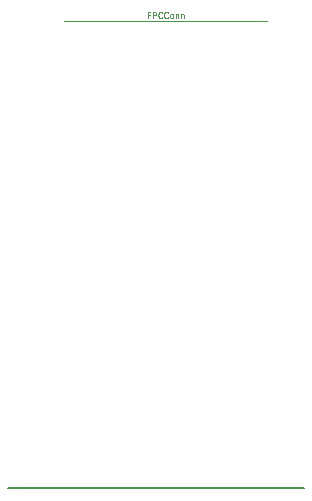
<source format=gbr>
%TF.GenerationSoftware,KiCad,Pcbnew,(5.1.10)-1*%
%TF.CreationDate,2021-11-28T18:03:10+01:00*%
%TF.ProjectId,M5StampC3,4d355374-616d-4704-9333-2e6b69636164,rev?*%
%TF.SameCoordinates,Original*%
%TF.FileFunction,OtherDrawing,Comment*%
%FSLAX46Y46*%
G04 Gerber Fmt 4.6, Leading zero omitted, Abs format (unit mm)*
G04 Created by KiCad (PCBNEW (5.1.10)-1) date 2021-11-28 18:03:10*
%MOMM*%
%LPD*%
G01*
G04 APERTURE LIST*
%ADD10C,0.150000*%
%ADD11C,0.100000*%
%ADD12C,0.080000*%
G04 APERTURE END LIST*
D10*
X113176000Y-80010000D02*
X138176000Y-80010000D01*
D11*
%TO.C,U2*%
X117887000Y-40470000D02*
X135097000Y-40470000D01*
%TD*%
%TO.C,U2*%
D12*
X125134857Y-39934285D02*
X124968190Y-39934285D01*
X124968190Y-40196190D02*
X124968190Y-39696190D01*
X125206285Y-39696190D01*
X125396761Y-40196190D02*
X125396761Y-39696190D01*
X125587238Y-39696190D01*
X125634857Y-39720000D01*
X125658666Y-39743809D01*
X125682476Y-39791428D01*
X125682476Y-39862857D01*
X125658666Y-39910476D01*
X125634857Y-39934285D01*
X125587238Y-39958095D01*
X125396761Y-39958095D01*
X126182476Y-40148571D02*
X126158666Y-40172380D01*
X126087238Y-40196190D01*
X126039619Y-40196190D01*
X125968190Y-40172380D01*
X125920571Y-40124761D01*
X125896761Y-40077142D01*
X125872952Y-39981904D01*
X125872952Y-39910476D01*
X125896761Y-39815238D01*
X125920571Y-39767619D01*
X125968190Y-39720000D01*
X126039619Y-39696190D01*
X126087238Y-39696190D01*
X126158666Y-39720000D01*
X126182476Y-39743809D01*
X126682476Y-40148571D02*
X126658666Y-40172380D01*
X126587238Y-40196190D01*
X126539619Y-40196190D01*
X126468190Y-40172380D01*
X126420571Y-40124761D01*
X126396761Y-40077142D01*
X126372952Y-39981904D01*
X126372952Y-39910476D01*
X126396761Y-39815238D01*
X126420571Y-39767619D01*
X126468190Y-39720000D01*
X126539619Y-39696190D01*
X126587238Y-39696190D01*
X126658666Y-39720000D01*
X126682476Y-39743809D01*
X126968190Y-40196190D02*
X126920571Y-40172380D01*
X126896761Y-40148571D01*
X126872952Y-40100952D01*
X126872952Y-39958095D01*
X126896761Y-39910476D01*
X126920571Y-39886666D01*
X126968190Y-39862857D01*
X127039619Y-39862857D01*
X127087238Y-39886666D01*
X127111047Y-39910476D01*
X127134857Y-39958095D01*
X127134857Y-40100952D01*
X127111047Y-40148571D01*
X127087238Y-40172380D01*
X127039619Y-40196190D01*
X126968190Y-40196190D01*
X127349142Y-39862857D02*
X127349142Y-40196190D01*
X127349142Y-39910476D02*
X127372952Y-39886666D01*
X127420571Y-39862857D01*
X127492000Y-39862857D01*
X127539619Y-39886666D01*
X127563428Y-39934285D01*
X127563428Y-40196190D01*
X127801523Y-39862857D02*
X127801523Y-40196190D01*
X127801523Y-39910476D02*
X127825333Y-39886666D01*
X127872952Y-39862857D01*
X127944380Y-39862857D01*
X127992000Y-39886666D01*
X128015809Y-39934285D01*
X128015809Y-40196190D01*
%TD*%
M02*

</source>
